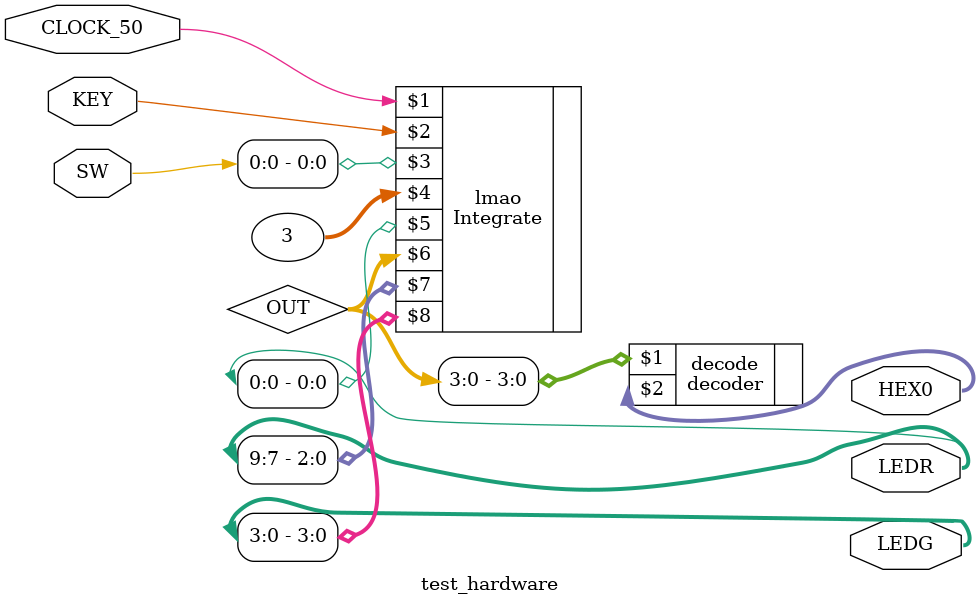
<source format=v>
module test_hardware(
 input CLOCK_50,
input [9:0]SW,
input [0:0]KEY,
output [9:0]LEDR,
output [7:0]LEDG,

output [6:0]HEX0

);

wire [7:0]OUT;
wire [2:0]IR75out;
wire [3:0]StateOUT;
	Integrate lmao(CLOCK_50,KEY[0],SW[0],3,LEDR[0],OUT,LEDR[9:7],LEDG[3:0]);
	decoder decode(OUT[3:0],HEX0);
endmodule

//	Integrate lmao(clock,reset,enter,Nin,halt,Nout,IR75out,StateNoout);

</source>
